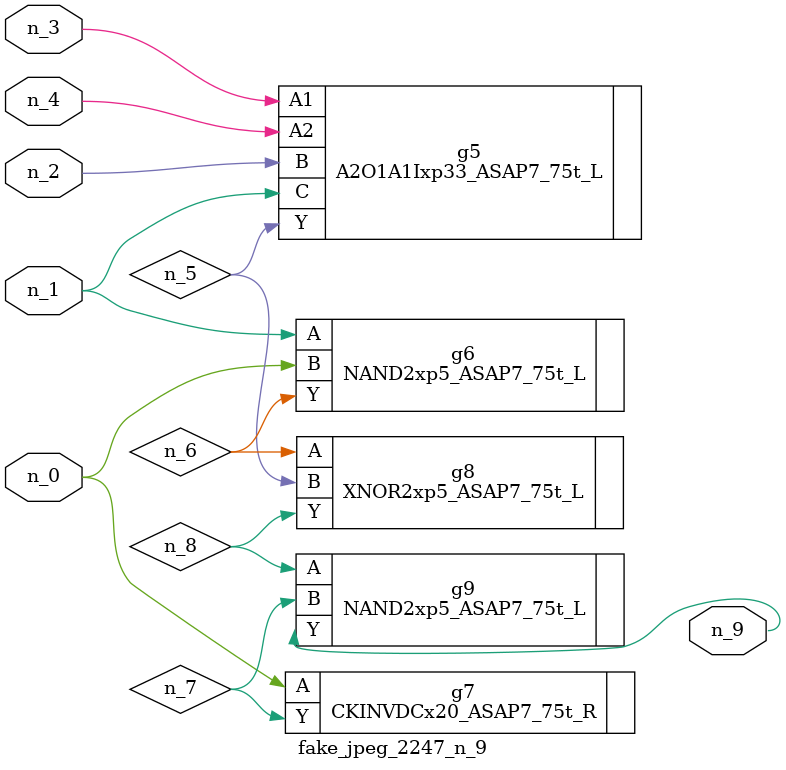
<source format=v>
module fake_jpeg_2247_n_9 (n_3, n_2, n_1, n_0, n_4, n_9);

input n_3;
input n_2;
input n_1;
input n_0;
input n_4;

output n_9;

wire n_8;
wire n_6;
wire n_5;
wire n_7;

A2O1A1Ixp33_ASAP7_75t_L g5 ( 
.A1(n_3),
.A2(n_4),
.B(n_2),
.C(n_1),
.Y(n_5)
);

NAND2xp5_ASAP7_75t_L g6 ( 
.A(n_1),
.B(n_0),
.Y(n_6)
);

CKINVDCx20_ASAP7_75t_R g7 ( 
.A(n_0),
.Y(n_7)
);

XNOR2xp5_ASAP7_75t_L g8 ( 
.A(n_6),
.B(n_5),
.Y(n_8)
);

NAND2xp5_ASAP7_75t_L g9 ( 
.A(n_8),
.B(n_7),
.Y(n_9)
);


endmodule
</source>
